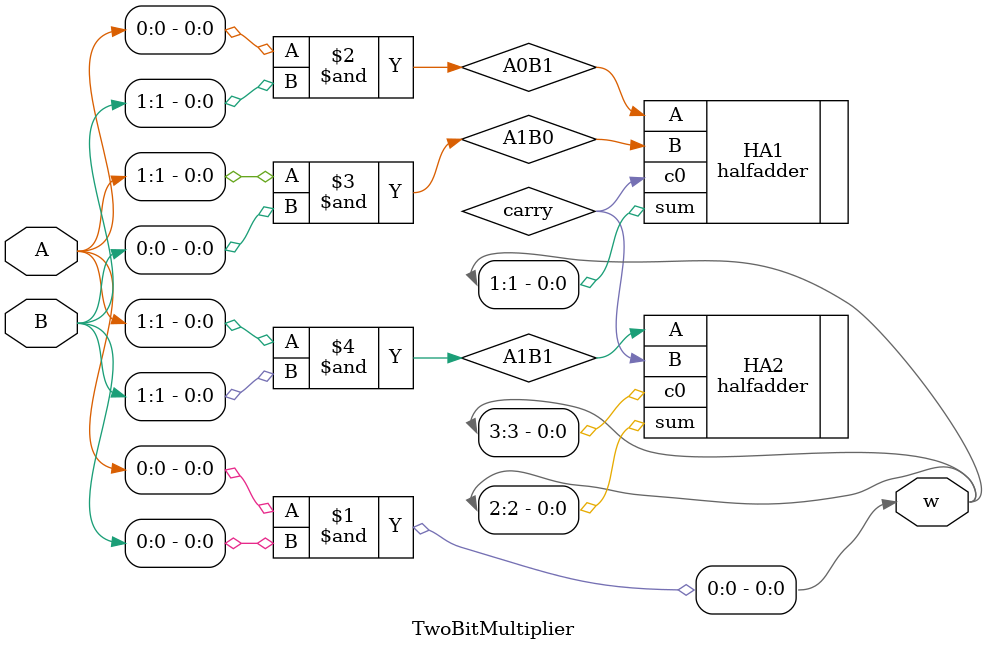
<source format=v>
`timescale 1ns / 1ps
module TwoBitMultiplier( input [1:0] A , input [1:0] B , output [3:0] w
    );

assign w[0]={ A[0] & B[0] } ; 

wire A0B1 , A1B0 , A1B1;

assign A0B1={ A[0] & B[1] } ; 
assign A1B0={ A[1] & B[0] } ; 
assign A1B1={ A[1] & B[1] } ; 

wire carry;
 halfadder HA1 ( .A(A0B1) , .B(A1B0) , .c0(carry) , .sum(w[1]) ) ;
 
 halfadder HA2 ( .A(A1B1) , .B(carry) , .c0(w[3]) , .sum(w[2]) ) ;
endmodule
</source>
